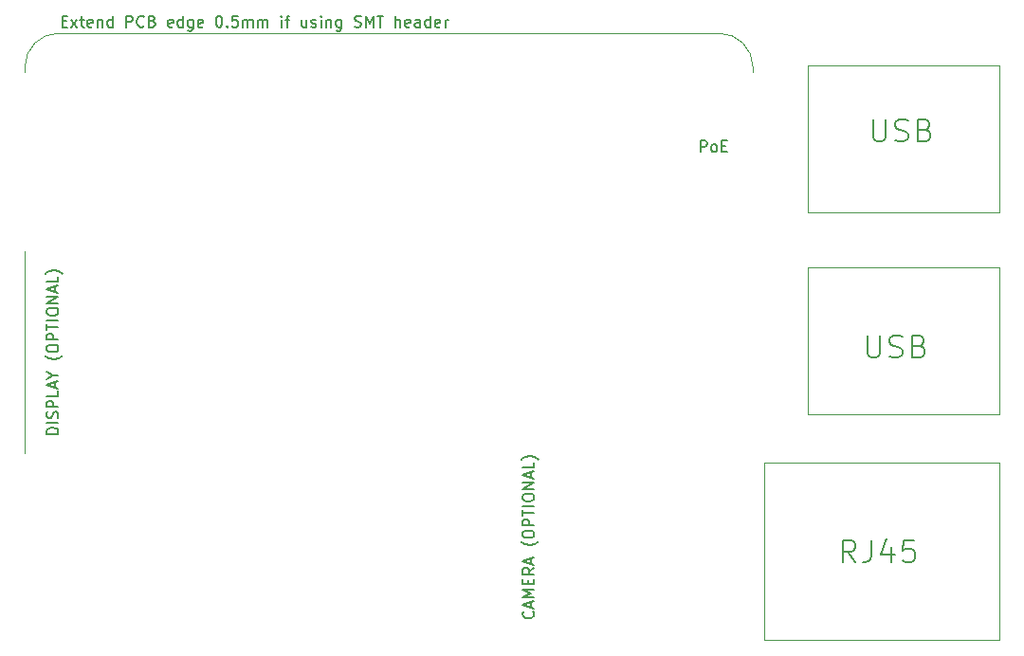
<source format=gbr>
G04 #@! TF.GenerationSoftware,KiCad,Pcbnew,9.0.7*
G04 #@! TF.CreationDate,2026-02-28T23:28:59+02:00*
G04 #@! TF.ProjectId,S-PCBASSY-001-01,532d5043-4241-4535-9359-2d3030312d30,rev?*
G04 #@! TF.SameCoordinates,Original*
G04 #@! TF.FileFunction,OtherDrawing,Comment*
%FSLAX46Y46*%
G04 Gerber Fmt 4.6, Leading zero omitted, Abs format (unit mm)*
G04 Created by KiCad (PCBNEW 9.0.7) date 2026-02-28 23:28:59*
%MOMM*%
%LPD*%
G01*
G04 APERTURE LIST*
%ADD10C,0.100000*%
%ADD11C,0.150000*%
G04 APERTURE END LIST*
D10*
X162000000Y-43500000D02*
X103000000Y-43500000D01*
X166000000Y-81825000D02*
X187000000Y-81825000D01*
X187000000Y-97675000D01*
X166000000Y-97675000D01*
X166000000Y-81825000D01*
X165000000Y-47000000D02*
X165000000Y-46500000D01*
X169900000Y-64450000D02*
X187000000Y-64450000D01*
X187000000Y-77550000D01*
X169900000Y-77550000D01*
X169900000Y-64450000D01*
X100000000Y-46500000D02*
G75*
G02*
X103000000Y-43500000I3000000J0D01*
G01*
X100000000Y-63000000D02*
X100000000Y-81000000D01*
X100000000Y-47000000D02*
X100000000Y-46500000D01*
X169900000Y-46355925D02*
X187000000Y-46355925D01*
X187000000Y-59455925D01*
X169900000Y-59455925D01*
X169900000Y-46355925D01*
X162000000Y-43500000D02*
G75*
G02*
X165000000Y-46500000I0J-3000000D01*
G01*
D11*
X175200190Y-70469438D02*
X175200190Y-72088485D01*
X175200190Y-72088485D02*
X175295428Y-72278961D01*
X175295428Y-72278961D02*
X175390666Y-72374200D01*
X175390666Y-72374200D02*
X175581142Y-72469438D01*
X175581142Y-72469438D02*
X175962095Y-72469438D01*
X175962095Y-72469438D02*
X176152571Y-72374200D01*
X176152571Y-72374200D02*
X176247809Y-72278961D01*
X176247809Y-72278961D02*
X176343047Y-72088485D01*
X176343047Y-72088485D02*
X176343047Y-70469438D01*
X177200190Y-72374200D02*
X177485904Y-72469438D01*
X177485904Y-72469438D02*
X177962095Y-72469438D01*
X177962095Y-72469438D02*
X178152571Y-72374200D01*
X178152571Y-72374200D02*
X178247809Y-72278961D01*
X178247809Y-72278961D02*
X178343047Y-72088485D01*
X178343047Y-72088485D02*
X178343047Y-71898009D01*
X178343047Y-71898009D02*
X178247809Y-71707533D01*
X178247809Y-71707533D02*
X178152571Y-71612295D01*
X178152571Y-71612295D02*
X177962095Y-71517057D01*
X177962095Y-71517057D02*
X177581142Y-71421819D01*
X177581142Y-71421819D02*
X177390666Y-71326580D01*
X177390666Y-71326580D02*
X177295428Y-71231342D01*
X177295428Y-71231342D02*
X177200190Y-71040866D01*
X177200190Y-71040866D02*
X177200190Y-70850390D01*
X177200190Y-70850390D02*
X177295428Y-70659914D01*
X177295428Y-70659914D02*
X177390666Y-70564676D01*
X177390666Y-70564676D02*
X177581142Y-70469438D01*
X177581142Y-70469438D02*
X178057333Y-70469438D01*
X178057333Y-70469438D02*
X178343047Y-70564676D01*
X179866857Y-71421819D02*
X180152571Y-71517057D01*
X180152571Y-71517057D02*
X180247809Y-71612295D01*
X180247809Y-71612295D02*
X180343047Y-71802771D01*
X180343047Y-71802771D02*
X180343047Y-72088485D01*
X180343047Y-72088485D02*
X180247809Y-72278961D01*
X180247809Y-72278961D02*
X180152571Y-72374200D01*
X180152571Y-72374200D02*
X179962095Y-72469438D01*
X179962095Y-72469438D02*
X179200190Y-72469438D01*
X179200190Y-72469438D02*
X179200190Y-70469438D01*
X179200190Y-70469438D02*
X179866857Y-70469438D01*
X179866857Y-70469438D02*
X180057333Y-70564676D01*
X180057333Y-70564676D02*
X180152571Y-70659914D01*
X180152571Y-70659914D02*
X180247809Y-70850390D01*
X180247809Y-70850390D02*
X180247809Y-71040866D01*
X180247809Y-71040866D02*
X180152571Y-71231342D01*
X180152571Y-71231342D02*
X180057333Y-71326580D01*
X180057333Y-71326580D02*
X179866857Y-71421819D01*
X179866857Y-71421819D02*
X179200190Y-71421819D01*
X174152380Y-90757438D02*
X173485713Y-89805057D01*
X173009523Y-90757438D02*
X173009523Y-88757438D01*
X173009523Y-88757438D02*
X173771428Y-88757438D01*
X173771428Y-88757438D02*
X173961904Y-88852676D01*
X173961904Y-88852676D02*
X174057142Y-88947914D01*
X174057142Y-88947914D02*
X174152380Y-89138390D01*
X174152380Y-89138390D02*
X174152380Y-89424104D01*
X174152380Y-89424104D02*
X174057142Y-89614580D01*
X174057142Y-89614580D02*
X173961904Y-89709819D01*
X173961904Y-89709819D02*
X173771428Y-89805057D01*
X173771428Y-89805057D02*
X173009523Y-89805057D01*
X175580952Y-88757438D02*
X175580952Y-90186009D01*
X175580952Y-90186009D02*
X175485713Y-90471723D01*
X175485713Y-90471723D02*
X175295237Y-90662200D01*
X175295237Y-90662200D02*
X175009523Y-90757438D01*
X175009523Y-90757438D02*
X174819047Y-90757438D01*
X177390476Y-89424104D02*
X177390476Y-90757438D01*
X176914285Y-88662200D02*
X176438095Y-90090771D01*
X176438095Y-90090771D02*
X177676190Y-90090771D01*
X179390476Y-88757438D02*
X178438095Y-88757438D01*
X178438095Y-88757438D02*
X178342857Y-89709819D01*
X178342857Y-89709819D02*
X178438095Y-89614580D01*
X178438095Y-89614580D02*
X178628571Y-89519342D01*
X178628571Y-89519342D02*
X179104762Y-89519342D01*
X179104762Y-89519342D02*
X179295238Y-89614580D01*
X179295238Y-89614580D02*
X179390476Y-89709819D01*
X179390476Y-89709819D02*
X179485714Y-89900295D01*
X179485714Y-89900295D02*
X179485714Y-90376485D01*
X179485714Y-90376485D02*
X179390476Y-90566961D01*
X179390476Y-90566961D02*
X179295238Y-90662200D01*
X179295238Y-90662200D02*
X179104762Y-90757438D01*
X179104762Y-90757438D02*
X178628571Y-90757438D01*
X178628571Y-90757438D02*
X178438095Y-90662200D01*
X178438095Y-90662200D02*
X178342857Y-90566961D01*
X102954819Y-79309523D02*
X101954819Y-79309523D01*
X101954819Y-79309523D02*
X101954819Y-79071428D01*
X101954819Y-79071428D02*
X102002438Y-78928571D01*
X102002438Y-78928571D02*
X102097676Y-78833333D01*
X102097676Y-78833333D02*
X102192914Y-78785714D01*
X102192914Y-78785714D02*
X102383390Y-78738095D01*
X102383390Y-78738095D02*
X102526247Y-78738095D01*
X102526247Y-78738095D02*
X102716723Y-78785714D01*
X102716723Y-78785714D02*
X102811961Y-78833333D01*
X102811961Y-78833333D02*
X102907200Y-78928571D01*
X102907200Y-78928571D02*
X102954819Y-79071428D01*
X102954819Y-79071428D02*
X102954819Y-79309523D01*
X102954819Y-78309523D02*
X101954819Y-78309523D01*
X102907200Y-77880952D02*
X102954819Y-77738095D01*
X102954819Y-77738095D02*
X102954819Y-77500000D01*
X102954819Y-77500000D02*
X102907200Y-77404762D01*
X102907200Y-77404762D02*
X102859580Y-77357143D01*
X102859580Y-77357143D02*
X102764342Y-77309524D01*
X102764342Y-77309524D02*
X102669104Y-77309524D01*
X102669104Y-77309524D02*
X102573866Y-77357143D01*
X102573866Y-77357143D02*
X102526247Y-77404762D01*
X102526247Y-77404762D02*
X102478628Y-77500000D01*
X102478628Y-77500000D02*
X102431009Y-77690476D01*
X102431009Y-77690476D02*
X102383390Y-77785714D01*
X102383390Y-77785714D02*
X102335771Y-77833333D01*
X102335771Y-77833333D02*
X102240533Y-77880952D01*
X102240533Y-77880952D02*
X102145295Y-77880952D01*
X102145295Y-77880952D02*
X102050057Y-77833333D01*
X102050057Y-77833333D02*
X102002438Y-77785714D01*
X102002438Y-77785714D02*
X101954819Y-77690476D01*
X101954819Y-77690476D02*
X101954819Y-77452381D01*
X101954819Y-77452381D02*
X102002438Y-77309524D01*
X102954819Y-76880952D02*
X101954819Y-76880952D01*
X101954819Y-76880952D02*
X101954819Y-76500000D01*
X101954819Y-76500000D02*
X102002438Y-76404762D01*
X102002438Y-76404762D02*
X102050057Y-76357143D01*
X102050057Y-76357143D02*
X102145295Y-76309524D01*
X102145295Y-76309524D02*
X102288152Y-76309524D01*
X102288152Y-76309524D02*
X102383390Y-76357143D01*
X102383390Y-76357143D02*
X102431009Y-76404762D01*
X102431009Y-76404762D02*
X102478628Y-76500000D01*
X102478628Y-76500000D02*
X102478628Y-76880952D01*
X102954819Y-75404762D02*
X102954819Y-75880952D01*
X102954819Y-75880952D02*
X101954819Y-75880952D01*
X102669104Y-75119047D02*
X102669104Y-74642857D01*
X102954819Y-75214285D02*
X101954819Y-74880952D01*
X101954819Y-74880952D02*
X102954819Y-74547619D01*
X102478628Y-74023809D02*
X102954819Y-74023809D01*
X101954819Y-74357142D02*
X102478628Y-74023809D01*
X102478628Y-74023809D02*
X101954819Y-73690476D01*
X103335771Y-72309523D02*
X103288152Y-72357142D01*
X103288152Y-72357142D02*
X103145295Y-72452380D01*
X103145295Y-72452380D02*
X103050057Y-72499999D01*
X103050057Y-72499999D02*
X102907200Y-72547618D01*
X102907200Y-72547618D02*
X102669104Y-72595237D01*
X102669104Y-72595237D02*
X102478628Y-72595237D01*
X102478628Y-72595237D02*
X102240533Y-72547618D01*
X102240533Y-72547618D02*
X102097676Y-72499999D01*
X102097676Y-72499999D02*
X102002438Y-72452380D01*
X102002438Y-72452380D02*
X101859580Y-72357142D01*
X101859580Y-72357142D02*
X101811961Y-72309523D01*
X101954819Y-71738094D02*
X101954819Y-71547618D01*
X101954819Y-71547618D02*
X102002438Y-71452380D01*
X102002438Y-71452380D02*
X102097676Y-71357142D01*
X102097676Y-71357142D02*
X102288152Y-71309523D01*
X102288152Y-71309523D02*
X102621485Y-71309523D01*
X102621485Y-71309523D02*
X102811961Y-71357142D01*
X102811961Y-71357142D02*
X102907200Y-71452380D01*
X102907200Y-71452380D02*
X102954819Y-71547618D01*
X102954819Y-71547618D02*
X102954819Y-71738094D01*
X102954819Y-71738094D02*
X102907200Y-71833332D01*
X102907200Y-71833332D02*
X102811961Y-71928570D01*
X102811961Y-71928570D02*
X102621485Y-71976189D01*
X102621485Y-71976189D02*
X102288152Y-71976189D01*
X102288152Y-71976189D02*
X102097676Y-71928570D01*
X102097676Y-71928570D02*
X102002438Y-71833332D01*
X102002438Y-71833332D02*
X101954819Y-71738094D01*
X102954819Y-70880951D02*
X101954819Y-70880951D01*
X101954819Y-70880951D02*
X101954819Y-70499999D01*
X101954819Y-70499999D02*
X102002438Y-70404761D01*
X102002438Y-70404761D02*
X102050057Y-70357142D01*
X102050057Y-70357142D02*
X102145295Y-70309523D01*
X102145295Y-70309523D02*
X102288152Y-70309523D01*
X102288152Y-70309523D02*
X102383390Y-70357142D01*
X102383390Y-70357142D02*
X102431009Y-70404761D01*
X102431009Y-70404761D02*
X102478628Y-70499999D01*
X102478628Y-70499999D02*
X102478628Y-70880951D01*
X101954819Y-70023808D02*
X101954819Y-69452380D01*
X102954819Y-69738094D02*
X101954819Y-69738094D01*
X102954819Y-69119046D02*
X101954819Y-69119046D01*
X101954819Y-68452380D02*
X101954819Y-68261904D01*
X101954819Y-68261904D02*
X102002438Y-68166666D01*
X102002438Y-68166666D02*
X102097676Y-68071428D01*
X102097676Y-68071428D02*
X102288152Y-68023809D01*
X102288152Y-68023809D02*
X102621485Y-68023809D01*
X102621485Y-68023809D02*
X102811961Y-68071428D01*
X102811961Y-68071428D02*
X102907200Y-68166666D01*
X102907200Y-68166666D02*
X102954819Y-68261904D01*
X102954819Y-68261904D02*
X102954819Y-68452380D01*
X102954819Y-68452380D02*
X102907200Y-68547618D01*
X102907200Y-68547618D02*
X102811961Y-68642856D01*
X102811961Y-68642856D02*
X102621485Y-68690475D01*
X102621485Y-68690475D02*
X102288152Y-68690475D01*
X102288152Y-68690475D02*
X102097676Y-68642856D01*
X102097676Y-68642856D02*
X102002438Y-68547618D01*
X102002438Y-68547618D02*
X101954819Y-68452380D01*
X102954819Y-67595237D02*
X101954819Y-67595237D01*
X101954819Y-67595237D02*
X102954819Y-67023809D01*
X102954819Y-67023809D02*
X101954819Y-67023809D01*
X102669104Y-66595237D02*
X102669104Y-66119047D01*
X102954819Y-66690475D02*
X101954819Y-66357142D01*
X101954819Y-66357142D02*
X102954819Y-66023809D01*
X102954819Y-65214285D02*
X102954819Y-65690475D01*
X102954819Y-65690475D02*
X101954819Y-65690475D01*
X103335771Y-64976189D02*
X103288152Y-64928570D01*
X103288152Y-64928570D02*
X103145295Y-64833332D01*
X103145295Y-64833332D02*
X103050057Y-64785713D01*
X103050057Y-64785713D02*
X102907200Y-64738094D01*
X102907200Y-64738094D02*
X102669104Y-64690475D01*
X102669104Y-64690475D02*
X102478628Y-64690475D01*
X102478628Y-64690475D02*
X102240533Y-64738094D01*
X102240533Y-64738094D02*
X102097676Y-64785713D01*
X102097676Y-64785713D02*
X102002438Y-64833332D01*
X102002438Y-64833332D02*
X101859580Y-64928570D01*
X101859580Y-64928570D02*
X101811961Y-64976189D01*
X145359580Y-95142857D02*
X145407200Y-95190476D01*
X145407200Y-95190476D02*
X145454819Y-95333333D01*
X145454819Y-95333333D02*
X145454819Y-95428571D01*
X145454819Y-95428571D02*
X145407200Y-95571428D01*
X145407200Y-95571428D02*
X145311961Y-95666666D01*
X145311961Y-95666666D02*
X145216723Y-95714285D01*
X145216723Y-95714285D02*
X145026247Y-95761904D01*
X145026247Y-95761904D02*
X144883390Y-95761904D01*
X144883390Y-95761904D02*
X144692914Y-95714285D01*
X144692914Y-95714285D02*
X144597676Y-95666666D01*
X144597676Y-95666666D02*
X144502438Y-95571428D01*
X144502438Y-95571428D02*
X144454819Y-95428571D01*
X144454819Y-95428571D02*
X144454819Y-95333333D01*
X144454819Y-95333333D02*
X144502438Y-95190476D01*
X144502438Y-95190476D02*
X144550057Y-95142857D01*
X145169104Y-94761904D02*
X145169104Y-94285714D01*
X145454819Y-94857142D02*
X144454819Y-94523809D01*
X144454819Y-94523809D02*
X145454819Y-94190476D01*
X145454819Y-93857142D02*
X144454819Y-93857142D01*
X144454819Y-93857142D02*
X145169104Y-93523809D01*
X145169104Y-93523809D02*
X144454819Y-93190476D01*
X144454819Y-93190476D02*
X145454819Y-93190476D01*
X144931009Y-92714285D02*
X144931009Y-92380952D01*
X145454819Y-92238095D02*
X145454819Y-92714285D01*
X145454819Y-92714285D02*
X144454819Y-92714285D01*
X144454819Y-92714285D02*
X144454819Y-92238095D01*
X145454819Y-91238095D02*
X144978628Y-91571428D01*
X145454819Y-91809523D02*
X144454819Y-91809523D01*
X144454819Y-91809523D02*
X144454819Y-91428571D01*
X144454819Y-91428571D02*
X144502438Y-91333333D01*
X144502438Y-91333333D02*
X144550057Y-91285714D01*
X144550057Y-91285714D02*
X144645295Y-91238095D01*
X144645295Y-91238095D02*
X144788152Y-91238095D01*
X144788152Y-91238095D02*
X144883390Y-91285714D01*
X144883390Y-91285714D02*
X144931009Y-91333333D01*
X144931009Y-91333333D02*
X144978628Y-91428571D01*
X144978628Y-91428571D02*
X144978628Y-91809523D01*
X145169104Y-90857142D02*
X145169104Y-90380952D01*
X145454819Y-90952380D02*
X144454819Y-90619047D01*
X144454819Y-90619047D02*
X145454819Y-90285714D01*
X145835771Y-88904761D02*
X145788152Y-88952380D01*
X145788152Y-88952380D02*
X145645295Y-89047618D01*
X145645295Y-89047618D02*
X145550057Y-89095237D01*
X145550057Y-89095237D02*
X145407200Y-89142856D01*
X145407200Y-89142856D02*
X145169104Y-89190475D01*
X145169104Y-89190475D02*
X144978628Y-89190475D01*
X144978628Y-89190475D02*
X144740533Y-89142856D01*
X144740533Y-89142856D02*
X144597676Y-89095237D01*
X144597676Y-89095237D02*
X144502438Y-89047618D01*
X144502438Y-89047618D02*
X144359580Y-88952380D01*
X144359580Y-88952380D02*
X144311961Y-88904761D01*
X144454819Y-88333332D02*
X144454819Y-88142856D01*
X144454819Y-88142856D02*
X144502438Y-88047618D01*
X144502438Y-88047618D02*
X144597676Y-87952380D01*
X144597676Y-87952380D02*
X144788152Y-87904761D01*
X144788152Y-87904761D02*
X145121485Y-87904761D01*
X145121485Y-87904761D02*
X145311961Y-87952380D01*
X145311961Y-87952380D02*
X145407200Y-88047618D01*
X145407200Y-88047618D02*
X145454819Y-88142856D01*
X145454819Y-88142856D02*
X145454819Y-88333332D01*
X145454819Y-88333332D02*
X145407200Y-88428570D01*
X145407200Y-88428570D02*
X145311961Y-88523808D01*
X145311961Y-88523808D02*
X145121485Y-88571427D01*
X145121485Y-88571427D02*
X144788152Y-88571427D01*
X144788152Y-88571427D02*
X144597676Y-88523808D01*
X144597676Y-88523808D02*
X144502438Y-88428570D01*
X144502438Y-88428570D02*
X144454819Y-88333332D01*
X145454819Y-87476189D02*
X144454819Y-87476189D01*
X144454819Y-87476189D02*
X144454819Y-87095237D01*
X144454819Y-87095237D02*
X144502438Y-86999999D01*
X144502438Y-86999999D02*
X144550057Y-86952380D01*
X144550057Y-86952380D02*
X144645295Y-86904761D01*
X144645295Y-86904761D02*
X144788152Y-86904761D01*
X144788152Y-86904761D02*
X144883390Y-86952380D01*
X144883390Y-86952380D02*
X144931009Y-86999999D01*
X144931009Y-86999999D02*
X144978628Y-87095237D01*
X144978628Y-87095237D02*
X144978628Y-87476189D01*
X144454819Y-86619046D02*
X144454819Y-86047618D01*
X145454819Y-86333332D02*
X144454819Y-86333332D01*
X145454819Y-85714284D02*
X144454819Y-85714284D01*
X144454819Y-85047618D02*
X144454819Y-84857142D01*
X144454819Y-84857142D02*
X144502438Y-84761904D01*
X144502438Y-84761904D02*
X144597676Y-84666666D01*
X144597676Y-84666666D02*
X144788152Y-84619047D01*
X144788152Y-84619047D02*
X145121485Y-84619047D01*
X145121485Y-84619047D02*
X145311961Y-84666666D01*
X145311961Y-84666666D02*
X145407200Y-84761904D01*
X145407200Y-84761904D02*
X145454819Y-84857142D01*
X145454819Y-84857142D02*
X145454819Y-85047618D01*
X145454819Y-85047618D02*
X145407200Y-85142856D01*
X145407200Y-85142856D02*
X145311961Y-85238094D01*
X145311961Y-85238094D02*
X145121485Y-85285713D01*
X145121485Y-85285713D02*
X144788152Y-85285713D01*
X144788152Y-85285713D02*
X144597676Y-85238094D01*
X144597676Y-85238094D02*
X144502438Y-85142856D01*
X144502438Y-85142856D02*
X144454819Y-85047618D01*
X145454819Y-84190475D02*
X144454819Y-84190475D01*
X144454819Y-84190475D02*
X145454819Y-83619047D01*
X145454819Y-83619047D02*
X144454819Y-83619047D01*
X145169104Y-83190475D02*
X145169104Y-82714285D01*
X145454819Y-83285713D02*
X144454819Y-82952380D01*
X144454819Y-82952380D02*
X145454819Y-82619047D01*
X145454819Y-81809523D02*
X145454819Y-82285713D01*
X145454819Y-82285713D02*
X144454819Y-82285713D01*
X145835771Y-81571427D02*
X145788152Y-81523808D01*
X145788152Y-81523808D02*
X145645295Y-81428570D01*
X145645295Y-81428570D02*
X145550057Y-81380951D01*
X145550057Y-81380951D02*
X145407200Y-81333332D01*
X145407200Y-81333332D02*
X145169104Y-81285713D01*
X145169104Y-81285713D02*
X144978628Y-81285713D01*
X144978628Y-81285713D02*
X144740533Y-81333332D01*
X144740533Y-81333332D02*
X144597676Y-81380951D01*
X144597676Y-81380951D02*
X144502438Y-81428570D01*
X144502438Y-81428570D02*
X144359580Y-81523808D01*
X144359580Y-81523808D02*
X144311961Y-81571427D01*
X175708190Y-51165438D02*
X175708190Y-52784485D01*
X175708190Y-52784485D02*
X175803428Y-52974961D01*
X175803428Y-52974961D02*
X175898666Y-53070200D01*
X175898666Y-53070200D02*
X176089142Y-53165438D01*
X176089142Y-53165438D02*
X176470095Y-53165438D01*
X176470095Y-53165438D02*
X176660571Y-53070200D01*
X176660571Y-53070200D02*
X176755809Y-52974961D01*
X176755809Y-52974961D02*
X176851047Y-52784485D01*
X176851047Y-52784485D02*
X176851047Y-51165438D01*
X177708190Y-53070200D02*
X177993904Y-53165438D01*
X177993904Y-53165438D02*
X178470095Y-53165438D01*
X178470095Y-53165438D02*
X178660571Y-53070200D01*
X178660571Y-53070200D02*
X178755809Y-52974961D01*
X178755809Y-52974961D02*
X178851047Y-52784485D01*
X178851047Y-52784485D02*
X178851047Y-52594009D01*
X178851047Y-52594009D02*
X178755809Y-52403533D01*
X178755809Y-52403533D02*
X178660571Y-52308295D01*
X178660571Y-52308295D02*
X178470095Y-52213057D01*
X178470095Y-52213057D02*
X178089142Y-52117819D01*
X178089142Y-52117819D02*
X177898666Y-52022580D01*
X177898666Y-52022580D02*
X177803428Y-51927342D01*
X177803428Y-51927342D02*
X177708190Y-51736866D01*
X177708190Y-51736866D02*
X177708190Y-51546390D01*
X177708190Y-51546390D02*
X177803428Y-51355914D01*
X177803428Y-51355914D02*
X177898666Y-51260676D01*
X177898666Y-51260676D02*
X178089142Y-51165438D01*
X178089142Y-51165438D02*
X178565333Y-51165438D01*
X178565333Y-51165438D02*
X178851047Y-51260676D01*
X180374857Y-52117819D02*
X180660571Y-52213057D01*
X180660571Y-52213057D02*
X180755809Y-52308295D01*
X180755809Y-52308295D02*
X180851047Y-52498771D01*
X180851047Y-52498771D02*
X180851047Y-52784485D01*
X180851047Y-52784485D02*
X180755809Y-52974961D01*
X180755809Y-52974961D02*
X180660571Y-53070200D01*
X180660571Y-53070200D02*
X180470095Y-53165438D01*
X180470095Y-53165438D02*
X179708190Y-53165438D01*
X179708190Y-53165438D02*
X179708190Y-51165438D01*
X179708190Y-51165438D02*
X180374857Y-51165438D01*
X180374857Y-51165438D02*
X180565333Y-51260676D01*
X180565333Y-51260676D02*
X180660571Y-51355914D01*
X180660571Y-51355914D02*
X180755809Y-51546390D01*
X180755809Y-51546390D02*
X180755809Y-51736866D01*
X180755809Y-51736866D02*
X180660571Y-51927342D01*
X180660571Y-51927342D02*
X180565333Y-52022580D01*
X180565333Y-52022580D02*
X180374857Y-52117819D01*
X180374857Y-52117819D02*
X179708190Y-52117819D01*
X103336779Y-42431009D02*
X103670112Y-42431009D01*
X103812969Y-42954819D02*
X103336779Y-42954819D01*
X103336779Y-42954819D02*
X103336779Y-41954819D01*
X103336779Y-41954819D02*
X103812969Y-41954819D01*
X104146303Y-42954819D02*
X104670112Y-42288152D01*
X104146303Y-42288152D02*
X104670112Y-42954819D01*
X104908208Y-42288152D02*
X105289160Y-42288152D01*
X105051065Y-41954819D02*
X105051065Y-42811961D01*
X105051065Y-42811961D02*
X105098684Y-42907200D01*
X105098684Y-42907200D02*
X105193922Y-42954819D01*
X105193922Y-42954819D02*
X105289160Y-42954819D01*
X106003446Y-42907200D02*
X105908208Y-42954819D01*
X105908208Y-42954819D02*
X105717732Y-42954819D01*
X105717732Y-42954819D02*
X105622494Y-42907200D01*
X105622494Y-42907200D02*
X105574875Y-42811961D01*
X105574875Y-42811961D02*
X105574875Y-42431009D01*
X105574875Y-42431009D02*
X105622494Y-42335771D01*
X105622494Y-42335771D02*
X105717732Y-42288152D01*
X105717732Y-42288152D02*
X105908208Y-42288152D01*
X105908208Y-42288152D02*
X106003446Y-42335771D01*
X106003446Y-42335771D02*
X106051065Y-42431009D01*
X106051065Y-42431009D02*
X106051065Y-42526247D01*
X106051065Y-42526247D02*
X105574875Y-42621485D01*
X106479637Y-42288152D02*
X106479637Y-42954819D01*
X106479637Y-42383390D02*
X106527256Y-42335771D01*
X106527256Y-42335771D02*
X106622494Y-42288152D01*
X106622494Y-42288152D02*
X106765351Y-42288152D01*
X106765351Y-42288152D02*
X106860589Y-42335771D01*
X106860589Y-42335771D02*
X106908208Y-42431009D01*
X106908208Y-42431009D02*
X106908208Y-42954819D01*
X107812970Y-42954819D02*
X107812970Y-41954819D01*
X107812970Y-42907200D02*
X107717732Y-42954819D01*
X107717732Y-42954819D02*
X107527256Y-42954819D01*
X107527256Y-42954819D02*
X107432018Y-42907200D01*
X107432018Y-42907200D02*
X107384399Y-42859580D01*
X107384399Y-42859580D02*
X107336780Y-42764342D01*
X107336780Y-42764342D02*
X107336780Y-42478628D01*
X107336780Y-42478628D02*
X107384399Y-42383390D01*
X107384399Y-42383390D02*
X107432018Y-42335771D01*
X107432018Y-42335771D02*
X107527256Y-42288152D01*
X107527256Y-42288152D02*
X107717732Y-42288152D01*
X107717732Y-42288152D02*
X107812970Y-42335771D01*
X109051066Y-42954819D02*
X109051066Y-41954819D01*
X109051066Y-41954819D02*
X109432018Y-41954819D01*
X109432018Y-41954819D02*
X109527256Y-42002438D01*
X109527256Y-42002438D02*
X109574875Y-42050057D01*
X109574875Y-42050057D02*
X109622494Y-42145295D01*
X109622494Y-42145295D02*
X109622494Y-42288152D01*
X109622494Y-42288152D02*
X109574875Y-42383390D01*
X109574875Y-42383390D02*
X109527256Y-42431009D01*
X109527256Y-42431009D02*
X109432018Y-42478628D01*
X109432018Y-42478628D02*
X109051066Y-42478628D01*
X110622494Y-42859580D02*
X110574875Y-42907200D01*
X110574875Y-42907200D02*
X110432018Y-42954819D01*
X110432018Y-42954819D02*
X110336780Y-42954819D01*
X110336780Y-42954819D02*
X110193923Y-42907200D01*
X110193923Y-42907200D02*
X110098685Y-42811961D01*
X110098685Y-42811961D02*
X110051066Y-42716723D01*
X110051066Y-42716723D02*
X110003447Y-42526247D01*
X110003447Y-42526247D02*
X110003447Y-42383390D01*
X110003447Y-42383390D02*
X110051066Y-42192914D01*
X110051066Y-42192914D02*
X110098685Y-42097676D01*
X110098685Y-42097676D02*
X110193923Y-42002438D01*
X110193923Y-42002438D02*
X110336780Y-41954819D01*
X110336780Y-41954819D02*
X110432018Y-41954819D01*
X110432018Y-41954819D02*
X110574875Y-42002438D01*
X110574875Y-42002438D02*
X110622494Y-42050057D01*
X111384399Y-42431009D02*
X111527256Y-42478628D01*
X111527256Y-42478628D02*
X111574875Y-42526247D01*
X111574875Y-42526247D02*
X111622494Y-42621485D01*
X111622494Y-42621485D02*
X111622494Y-42764342D01*
X111622494Y-42764342D02*
X111574875Y-42859580D01*
X111574875Y-42859580D02*
X111527256Y-42907200D01*
X111527256Y-42907200D02*
X111432018Y-42954819D01*
X111432018Y-42954819D02*
X111051066Y-42954819D01*
X111051066Y-42954819D02*
X111051066Y-41954819D01*
X111051066Y-41954819D02*
X111384399Y-41954819D01*
X111384399Y-41954819D02*
X111479637Y-42002438D01*
X111479637Y-42002438D02*
X111527256Y-42050057D01*
X111527256Y-42050057D02*
X111574875Y-42145295D01*
X111574875Y-42145295D02*
X111574875Y-42240533D01*
X111574875Y-42240533D02*
X111527256Y-42335771D01*
X111527256Y-42335771D02*
X111479637Y-42383390D01*
X111479637Y-42383390D02*
X111384399Y-42431009D01*
X111384399Y-42431009D02*
X111051066Y-42431009D01*
X113193923Y-42907200D02*
X113098685Y-42954819D01*
X113098685Y-42954819D02*
X112908209Y-42954819D01*
X112908209Y-42954819D02*
X112812971Y-42907200D01*
X112812971Y-42907200D02*
X112765352Y-42811961D01*
X112765352Y-42811961D02*
X112765352Y-42431009D01*
X112765352Y-42431009D02*
X112812971Y-42335771D01*
X112812971Y-42335771D02*
X112908209Y-42288152D01*
X112908209Y-42288152D02*
X113098685Y-42288152D01*
X113098685Y-42288152D02*
X113193923Y-42335771D01*
X113193923Y-42335771D02*
X113241542Y-42431009D01*
X113241542Y-42431009D02*
X113241542Y-42526247D01*
X113241542Y-42526247D02*
X112765352Y-42621485D01*
X114098685Y-42954819D02*
X114098685Y-41954819D01*
X114098685Y-42907200D02*
X114003447Y-42954819D01*
X114003447Y-42954819D02*
X113812971Y-42954819D01*
X113812971Y-42954819D02*
X113717733Y-42907200D01*
X113717733Y-42907200D02*
X113670114Y-42859580D01*
X113670114Y-42859580D02*
X113622495Y-42764342D01*
X113622495Y-42764342D02*
X113622495Y-42478628D01*
X113622495Y-42478628D02*
X113670114Y-42383390D01*
X113670114Y-42383390D02*
X113717733Y-42335771D01*
X113717733Y-42335771D02*
X113812971Y-42288152D01*
X113812971Y-42288152D02*
X114003447Y-42288152D01*
X114003447Y-42288152D02*
X114098685Y-42335771D01*
X115003447Y-42288152D02*
X115003447Y-43097676D01*
X115003447Y-43097676D02*
X114955828Y-43192914D01*
X114955828Y-43192914D02*
X114908209Y-43240533D01*
X114908209Y-43240533D02*
X114812971Y-43288152D01*
X114812971Y-43288152D02*
X114670114Y-43288152D01*
X114670114Y-43288152D02*
X114574876Y-43240533D01*
X115003447Y-42907200D02*
X114908209Y-42954819D01*
X114908209Y-42954819D02*
X114717733Y-42954819D01*
X114717733Y-42954819D02*
X114622495Y-42907200D01*
X114622495Y-42907200D02*
X114574876Y-42859580D01*
X114574876Y-42859580D02*
X114527257Y-42764342D01*
X114527257Y-42764342D02*
X114527257Y-42478628D01*
X114527257Y-42478628D02*
X114574876Y-42383390D01*
X114574876Y-42383390D02*
X114622495Y-42335771D01*
X114622495Y-42335771D02*
X114717733Y-42288152D01*
X114717733Y-42288152D02*
X114908209Y-42288152D01*
X114908209Y-42288152D02*
X115003447Y-42335771D01*
X115860590Y-42907200D02*
X115765352Y-42954819D01*
X115765352Y-42954819D02*
X115574876Y-42954819D01*
X115574876Y-42954819D02*
X115479638Y-42907200D01*
X115479638Y-42907200D02*
X115432019Y-42811961D01*
X115432019Y-42811961D02*
X115432019Y-42431009D01*
X115432019Y-42431009D02*
X115479638Y-42335771D01*
X115479638Y-42335771D02*
X115574876Y-42288152D01*
X115574876Y-42288152D02*
X115765352Y-42288152D01*
X115765352Y-42288152D02*
X115860590Y-42335771D01*
X115860590Y-42335771D02*
X115908209Y-42431009D01*
X115908209Y-42431009D02*
X115908209Y-42526247D01*
X115908209Y-42526247D02*
X115432019Y-42621485D01*
X117289162Y-41954819D02*
X117384400Y-41954819D01*
X117384400Y-41954819D02*
X117479638Y-42002438D01*
X117479638Y-42002438D02*
X117527257Y-42050057D01*
X117527257Y-42050057D02*
X117574876Y-42145295D01*
X117574876Y-42145295D02*
X117622495Y-42335771D01*
X117622495Y-42335771D02*
X117622495Y-42573866D01*
X117622495Y-42573866D02*
X117574876Y-42764342D01*
X117574876Y-42764342D02*
X117527257Y-42859580D01*
X117527257Y-42859580D02*
X117479638Y-42907200D01*
X117479638Y-42907200D02*
X117384400Y-42954819D01*
X117384400Y-42954819D02*
X117289162Y-42954819D01*
X117289162Y-42954819D02*
X117193924Y-42907200D01*
X117193924Y-42907200D02*
X117146305Y-42859580D01*
X117146305Y-42859580D02*
X117098686Y-42764342D01*
X117098686Y-42764342D02*
X117051067Y-42573866D01*
X117051067Y-42573866D02*
X117051067Y-42335771D01*
X117051067Y-42335771D02*
X117098686Y-42145295D01*
X117098686Y-42145295D02*
X117146305Y-42050057D01*
X117146305Y-42050057D02*
X117193924Y-42002438D01*
X117193924Y-42002438D02*
X117289162Y-41954819D01*
X118051067Y-42859580D02*
X118098686Y-42907200D01*
X118098686Y-42907200D02*
X118051067Y-42954819D01*
X118051067Y-42954819D02*
X118003448Y-42907200D01*
X118003448Y-42907200D02*
X118051067Y-42859580D01*
X118051067Y-42859580D02*
X118051067Y-42954819D01*
X119003447Y-41954819D02*
X118527257Y-41954819D01*
X118527257Y-41954819D02*
X118479638Y-42431009D01*
X118479638Y-42431009D02*
X118527257Y-42383390D01*
X118527257Y-42383390D02*
X118622495Y-42335771D01*
X118622495Y-42335771D02*
X118860590Y-42335771D01*
X118860590Y-42335771D02*
X118955828Y-42383390D01*
X118955828Y-42383390D02*
X119003447Y-42431009D01*
X119003447Y-42431009D02*
X119051066Y-42526247D01*
X119051066Y-42526247D02*
X119051066Y-42764342D01*
X119051066Y-42764342D02*
X119003447Y-42859580D01*
X119003447Y-42859580D02*
X118955828Y-42907200D01*
X118955828Y-42907200D02*
X118860590Y-42954819D01*
X118860590Y-42954819D02*
X118622495Y-42954819D01*
X118622495Y-42954819D02*
X118527257Y-42907200D01*
X118527257Y-42907200D02*
X118479638Y-42859580D01*
X119479638Y-42954819D02*
X119479638Y-42288152D01*
X119479638Y-42383390D02*
X119527257Y-42335771D01*
X119527257Y-42335771D02*
X119622495Y-42288152D01*
X119622495Y-42288152D02*
X119765352Y-42288152D01*
X119765352Y-42288152D02*
X119860590Y-42335771D01*
X119860590Y-42335771D02*
X119908209Y-42431009D01*
X119908209Y-42431009D02*
X119908209Y-42954819D01*
X119908209Y-42431009D02*
X119955828Y-42335771D01*
X119955828Y-42335771D02*
X120051066Y-42288152D01*
X120051066Y-42288152D02*
X120193923Y-42288152D01*
X120193923Y-42288152D02*
X120289162Y-42335771D01*
X120289162Y-42335771D02*
X120336781Y-42431009D01*
X120336781Y-42431009D02*
X120336781Y-42954819D01*
X120812971Y-42954819D02*
X120812971Y-42288152D01*
X120812971Y-42383390D02*
X120860590Y-42335771D01*
X120860590Y-42335771D02*
X120955828Y-42288152D01*
X120955828Y-42288152D02*
X121098685Y-42288152D01*
X121098685Y-42288152D02*
X121193923Y-42335771D01*
X121193923Y-42335771D02*
X121241542Y-42431009D01*
X121241542Y-42431009D02*
X121241542Y-42954819D01*
X121241542Y-42431009D02*
X121289161Y-42335771D01*
X121289161Y-42335771D02*
X121384399Y-42288152D01*
X121384399Y-42288152D02*
X121527256Y-42288152D01*
X121527256Y-42288152D02*
X121622495Y-42335771D01*
X121622495Y-42335771D02*
X121670114Y-42431009D01*
X121670114Y-42431009D02*
X121670114Y-42954819D01*
X122908209Y-42954819D02*
X122908209Y-42288152D01*
X122908209Y-41954819D02*
X122860590Y-42002438D01*
X122860590Y-42002438D02*
X122908209Y-42050057D01*
X122908209Y-42050057D02*
X122955828Y-42002438D01*
X122955828Y-42002438D02*
X122908209Y-41954819D01*
X122908209Y-41954819D02*
X122908209Y-42050057D01*
X123241542Y-42288152D02*
X123622494Y-42288152D01*
X123384399Y-42954819D02*
X123384399Y-42097676D01*
X123384399Y-42097676D02*
X123432018Y-42002438D01*
X123432018Y-42002438D02*
X123527256Y-41954819D01*
X123527256Y-41954819D02*
X123622494Y-41954819D01*
X125146304Y-42288152D02*
X125146304Y-42954819D01*
X124717733Y-42288152D02*
X124717733Y-42811961D01*
X124717733Y-42811961D02*
X124765352Y-42907200D01*
X124765352Y-42907200D02*
X124860590Y-42954819D01*
X124860590Y-42954819D02*
X125003447Y-42954819D01*
X125003447Y-42954819D02*
X125098685Y-42907200D01*
X125098685Y-42907200D02*
X125146304Y-42859580D01*
X125574876Y-42907200D02*
X125670114Y-42954819D01*
X125670114Y-42954819D02*
X125860590Y-42954819D01*
X125860590Y-42954819D02*
X125955828Y-42907200D01*
X125955828Y-42907200D02*
X126003447Y-42811961D01*
X126003447Y-42811961D02*
X126003447Y-42764342D01*
X126003447Y-42764342D02*
X125955828Y-42669104D01*
X125955828Y-42669104D02*
X125860590Y-42621485D01*
X125860590Y-42621485D02*
X125717733Y-42621485D01*
X125717733Y-42621485D02*
X125622495Y-42573866D01*
X125622495Y-42573866D02*
X125574876Y-42478628D01*
X125574876Y-42478628D02*
X125574876Y-42431009D01*
X125574876Y-42431009D02*
X125622495Y-42335771D01*
X125622495Y-42335771D02*
X125717733Y-42288152D01*
X125717733Y-42288152D02*
X125860590Y-42288152D01*
X125860590Y-42288152D02*
X125955828Y-42335771D01*
X126432019Y-42954819D02*
X126432019Y-42288152D01*
X126432019Y-41954819D02*
X126384400Y-42002438D01*
X126384400Y-42002438D02*
X126432019Y-42050057D01*
X126432019Y-42050057D02*
X126479638Y-42002438D01*
X126479638Y-42002438D02*
X126432019Y-41954819D01*
X126432019Y-41954819D02*
X126432019Y-42050057D01*
X126908209Y-42288152D02*
X126908209Y-42954819D01*
X126908209Y-42383390D02*
X126955828Y-42335771D01*
X126955828Y-42335771D02*
X127051066Y-42288152D01*
X127051066Y-42288152D02*
X127193923Y-42288152D01*
X127193923Y-42288152D02*
X127289161Y-42335771D01*
X127289161Y-42335771D02*
X127336780Y-42431009D01*
X127336780Y-42431009D02*
X127336780Y-42954819D01*
X128241542Y-42288152D02*
X128241542Y-43097676D01*
X128241542Y-43097676D02*
X128193923Y-43192914D01*
X128193923Y-43192914D02*
X128146304Y-43240533D01*
X128146304Y-43240533D02*
X128051066Y-43288152D01*
X128051066Y-43288152D02*
X127908209Y-43288152D01*
X127908209Y-43288152D02*
X127812971Y-43240533D01*
X128241542Y-42907200D02*
X128146304Y-42954819D01*
X128146304Y-42954819D02*
X127955828Y-42954819D01*
X127955828Y-42954819D02*
X127860590Y-42907200D01*
X127860590Y-42907200D02*
X127812971Y-42859580D01*
X127812971Y-42859580D02*
X127765352Y-42764342D01*
X127765352Y-42764342D02*
X127765352Y-42478628D01*
X127765352Y-42478628D02*
X127812971Y-42383390D01*
X127812971Y-42383390D02*
X127860590Y-42335771D01*
X127860590Y-42335771D02*
X127955828Y-42288152D01*
X127955828Y-42288152D02*
X128146304Y-42288152D01*
X128146304Y-42288152D02*
X128241542Y-42335771D01*
X129432019Y-42907200D02*
X129574876Y-42954819D01*
X129574876Y-42954819D02*
X129812971Y-42954819D01*
X129812971Y-42954819D02*
X129908209Y-42907200D01*
X129908209Y-42907200D02*
X129955828Y-42859580D01*
X129955828Y-42859580D02*
X130003447Y-42764342D01*
X130003447Y-42764342D02*
X130003447Y-42669104D01*
X130003447Y-42669104D02*
X129955828Y-42573866D01*
X129955828Y-42573866D02*
X129908209Y-42526247D01*
X129908209Y-42526247D02*
X129812971Y-42478628D01*
X129812971Y-42478628D02*
X129622495Y-42431009D01*
X129622495Y-42431009D02*
X129527257Y-42383390D01*
X129527257Y-42383390D02*
X129479638Y-42335771D01*
X129479638Y-42335771D02*
X129432019Y-42240533D01*
X129432019Y-42240533D02*
X129432019Y-42145295D01*
X129432019Y-42145295D02*
X129479638Y-42050057D01*
X129479638Y-42050057D02*
X129527257Y-42002438D01*
X129527257Y-42002438D02*
X129622495Y-41954819D01*
X129622495Y-41954819D02*
X129860590Y-41954819D01*
X129860590Y-41954819D02*
X130003447Y-42002438D01*
X130432019Y-42954819D02*
X130432019Y-41954819D01*
X130432019Y-41954819D02*
X130765352Y-42669104D01*
X130765352Y-42669104D02*
X131098685Y-41954819D01*
X131098685Y-41954819D02*
X131098685Y-42954819D01*
X131432019Y-41954819D02*
X132003447Y-41954819D01*
X131717733Y-42954819D02*
X131717733Y-41954819D01*
X133098686Y-42954819D02*
X133098686Y-41954819D01*
X133527257Y-42954819D02*
X133527257Y-42431009D01*
X133527257Y-42431009D02*
X133479638Y-42335771D01*
X133479638Y-42335771D02*
X133384400Y-42288152D01*
X133384400Y-42288152D02*
X133241543Y-42288152D01*
X133241543Y-42288152D02*
X133146305Y-42335771D01*
X133146305Y-42335771D02*
X133098686Y-42383390D01*
X134384400Y-42907200D02*
X134289162Y-42954819D01*
X134289162Y-42954819D02*
X134098686Y-42954819D01*
X134098686Y-42954819D02*
X134003448Y-42907200D01*
X134003448Y-42907200D02*
X133955829Y-42811961D01*
X133955829Y-42811961D02*
X133955829Y-42431009D01*
X133955829Y-42431009D02*
X134003448Y-42335771D01*
X134003448Y-42335771D02*
X134098686Y-42288152D01*
X134098686Y-42288152D02*
X134289162Y-42288152D01*
X134289162Y-42288152D02*
X134384400Y-42335771D01*
X134384400Y-42335771D02*
X134432019Y-42431009D01*
X134432019Y-42431009D02*
X134432019Y-42526247D01*
X134432019Y-42526247D02*
X133955829Y-42621485D01*
X135289162Y-42954819D02*
X135289162Y-42431009D01*
X135289162Y-42431009D02*
X135241543Y-42335771D01*
X135241543Y-42335771D02*
X135146305Y-42288152D01*
X135146305Y-42288152D02*
X134955829Y-42288152D01*
X134955829Y-42288152D02*
X134860591Y-42335771D01*
X135289162Y-42907200D02*
X135193924Y-42954819D01*
X135193924Y-42954819D02*
X134955829Y-42954819D01*
X134955829Y-42954819D02*
X134860591Y-42907200D01*
X134860591Y-42907200D02*
X134812972Y-42811961D01*
X134812972Y-42811961D02*
X134812972Y-42716723D01*
X134812972Y-42716723D02*
X134860591Y-42621485D01*
X134860591Y-42621485D02*
X134955829Y-42573866D01*
X134955829Y-42573866D02*
X135193924Y-42573866D01*
X135193924Y-42573866D02*
X135289162Y-42526247D01*
X136193924Y-42954819D02*
X136193924Y-41954819D01*
X136193924Y-42907200D02*
X136098686Y-42954819D01*
X136098686Y-42954819D02*
X135908210Y-42954819D01*
X135908210Y-42954819D02*
X135812972Y-42907200D01*
X135812972Y-42907200D02*
X135765353Y-42859580D01*
X135765353Y-42859580D02*
X135717734Y-42764342D01*
X135717734Y-42764342D02*
X135717734Y-42478628D01*
X135717734Y-42478628D02*
X135765353Y-42383390D01*
X135765353Y-42383390D02*
X135812972Y-42335771D01*
X135812972Y-42335771D02*
X135908210Y-42288152D01*
X135908210Y-42288152D02*
X136098686Y-42288152D01*
X136098686Y-42288152D02*
X136193924Y-42335771D01*
X137051067Y-42907200D02*
X136955829Y-42954819D01*
X136955829Y-42954819D02*
X136765353Y-42954819D01*
X136765353Y-42954819D02*
X136670115Y-42907200D01*
X136670115Y-42907200D02*
X136622496Y-42811961D01*
X136622496Y-42811961D02*
X136622496Y-42431009D01*
X136622496Y-42431009D02*
X136670115Y-42335771D01*
X136670115Y-42335771D02*
X136765353Y-42288152D01*
X136765353Y-42288152D02*
X136955829Y-42288152D01*
X136955829Y-42288152D02*
X137051067Y-42335771D01*
X137051067Y-42335771D02*
X137098686Y-42431009D01*
X137098686Y-42431009D02*
X137098686Y-42526247D01*
X137098686Y-42526247D02*
X136622496Y-42621485D01*
X137527258Y-42954819D02*
X137527258Y-42288152D01*
X137527258Y-42478628D02*
X137574877Y-42383390D01*
X137574877Y-42383390D02*
X137622496Y-42335771D01*
X137622496Y-42335771D02*
X137717734Y-42288152D01*
X137717734Y-42288152D02*
X137812972Y-42288152D01*
X160333333Y-54094819D02*
X160333333Y-53094819D01*
X160333333Y-53094819D02*
X160714285Y-53094819D01*
X160714285Y-53094819D02*
X160809523Y-53142438D01*
X160809523Y-53142438D02*
X160857142Y-53190057D01*
X160857142Y-53190057D02*
X160904761Y-53285295D01*
X160904761Y-53285295D02*
X160904761Y-53428152D01*
X160904761Y-53428152D02*
X160857142Y-53523390D01*
X160857142Y-53523390D02*
X160809523Y-53571009D01*
X160809523Y-53571009D02*
X160714285Y-53618628D01*
X160714285Y-53618628D02*
X160333333Y-53618628D01*
X161476190Y-54094819D02*
X161380952Y-54047200D01*
X161380952Y-54047200D02*
X161333333Y-53999580D01*
X161333333Y-53999580D02*
X161285714Y-53904342D01*
X161285714Y-53904342D02*
X161285714Y-53618628D01*
X161285714Y-53618628D02*
X161333333Y-53523390D01*
X161333333Y-53523390D02*
X161380952Y-53475771D01*
X161380952Y-53475771D02*
X161476190Y-53428152D01*
X161476190Y-53428152D02*
X161619047Y-53428152D01*
X161619047Y-53428152D02*
X161714285Y-53475771D01*
X161714285Y-53475771D02*
X161761904Y-53523390D01*
X161761904Y-53523390D02*
X161809523Y-53618628D01*
X161809523Y-53618628D02*
X161809523Y-53904342D01*
X161809523Y-53904342D02*
X161761904Y-53999580D01*
X161761904Y-53999580D02*
X161714285Y-54047200D01*
X161714285Y-54047200D02*
X161619047Y-54094819D01*
X161619047Y-54094819D02*
X161476190Y-54094819D01*
X162238095Y-53571009D02*
X162571428Y-53571009D01*
X162714285Y-54094819D02*
X162238095Y-54094819D01*
X162238095Y-54094819D02*
X162238095Y-53094819D01*
X162238095Y-53094819D02*
X162714285Y-53094819D01*
M02*

</source>
